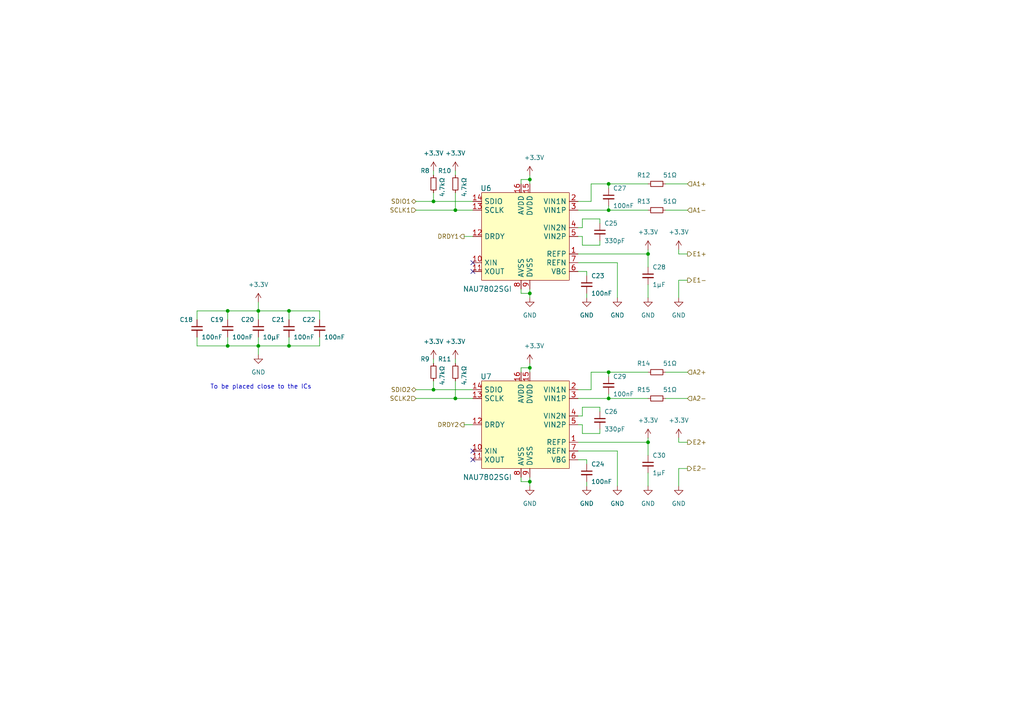
<source format=kicad_sch>
(kicad_sch (version 20211123) (generator eeschema)
  (paper "A4")
  (title_block (title "ADC") (date "2022-12-11") (rev "${REVISION}") (company "Author: I. Kajdan"))
  (lib_symbols
    (symbol "Device:C_Small" (pin_numbers hide) (pin_names (offset 0.254) hide)
      (property "Reference" "C" (at 0.254 1.778 0))
      (property "Value" "C_Small" (at 0.254 -2.032 0))
      (symbol "C_Small_0_1"
        (polyline (pts (xy -1.524 -0.508) (xy 1.524 -0.508)) (stroke (width 0.3302)))
        (polyline (pts (xy -1.524 0.508) (xy 1.524 0.508)) (stroke (width 0.3048)))
      )
      (symbol "C_Small_1_1"
        (pin passive line (at 0 2.54 270) (length 2.032) (name "~") (number "1"))
        (pin passive line (at 0 -2.54 90) (length 2.032) (name "~") (number "2"))
      )
    )
    (symbol "Device:R_Small" (pin_numbers hide) (pin_names (offset 0.254) hide)
      (property "Reference" "R" (at 0.762 0.508 0))
      (property "Value" "R_Small" (at 0.762 -1.016 0))
      (symbol "R_Small_0_1"
        (rectangle (start -0.762 1.778) (end 0.762 -1.778) (stroke (width 0.2032)))
      )
      (symbol "R_Small_1_1"
        (pin passive line (at 0 2.54 270) (length 0.762) (name "~") (number "1"))
        (pin passive line (at 0 -2.54 90) (length 0.762) (name "~") (number "2"))
      )
    )
    (symbol "Local_Library:NAU7802SGI" (pin_names (offset 0.762))
      (property "Reference" "U" (at -11.43 13.97 0))
      (property "Value" "NAU7802SGI" (at 10.16 -13.97 0))
      (symbol "NAU7802SGI_1_1"
        (rectangle (start -12.7 12.7) (end 12.7 -12.7) (fill (type background)))
        (pin input line (at 15.24 -5.08 180) (length 2.54) (name "REFP") (number "1"))
        (pin input line (at -15.24 -7.62 0) (length 2.54) (name "XIN") (number "10"))
        (pin output line (at -15.24 -10.16 0) (length 2.54) (name "XOUT") (number "11"))
        (pin output line (at -15.24 0 0) (length 2.54) (name "DRDY") (number "12"))
        (pin input line (at -15.24 7.62 0) (length 2.54) (name "SCLK") (number "13"))
        (pin bidirectional line (at -15.24 10.16 0) (length 2.54) (name "SDIO") (number "14"))
        (pin power_in line (at 1.27 15.24 270) (length 2.54) (name "DVDD") (number "15"))
        (pin power_in line (at -1.27 15.24 270) (length 2.54) (name "AVDD") (number "16"))
        (pin input line (at 15.24 10.16 180) (length 2.54) (name "VIN1N") (number "2"))
        (pin input line (at 15.24 7.62 180) (length 2.54) (name "VIN1P") (number "3"))
        (pin input line (at 15.24 2.54 180) (length 2.54) (name "VIN2N") (number "4"))
        (pin input line (at 15.24 0 180) (length 2.54) (name "VIN2P") (number "5"))
        (pin output line (at 15.24 -10.16 180) (length 2.54) (name "VBG") (number "6"))
        (pin input line (at 15.24 -7.62 180) (length 2.54) (name "REFN") (number "7"))
        (pin power_in line (at -1.27 -15.24 90) (length 2.54) (name "AVSS") (number "8"))
        (pin power_in line (at 1.27 -15.24 90) (length 2.54) (name "DVSS") (number "9"))
      )
    )
    (symbol "NAU7802SGI_1" (pin_names (offset 0.762))
      (property "Reference" "U" (at -11.43 13.97 0))
      (property "Value" "NAU7802SGI_1" (at 10.16 -13.97 0))
      (symbol "NAU7802SGI_1_1_1"
        (rectangle (start -12.7 12.7) (end 12.7 -12.7) (fill (type background)))
        (pin input line (at 15.24 -5.08 180) (length 2.54) (name "REFP") (number "1"))
        (pin input line (at -15.24 -7.62 0) (length 2.54) (name "XIN") (number "10"))
        (pin output line (at -15.24 -10.16 0) (length 2.54) (name "XOUT") (number "11"))
        (pin output line (at -15.24 0 0) (length 2.54) (name "DRDY") (number "12"))
        (pin input line (at -15.24 7.62 0) (length 2.54) (name "SCLK") (number "13"))
        (pin bidirectional line (at -15.24 10.16 0) (length 2.54) (name "SDIO") (number "14"))
        (pin power_in line (at 1.27 15.24 270) (length 2.54) (name "DVDD") (number "15"))
        (pin power_in line (at -1.27 15.24 270) (length 2.54) (name "AVDD") (number "16"))
        (pin input line (at 15.24 10.16 180) (length 2.54) (name "VIN1N") (number "2"))
        (pin input line (at 15.24 7.62 180) (length 2.54) (name "VIN1P") (number "3"))
        (pin input line (at 15.24 2.54 180) (length 2.54) (name "VIN2N") (number "4"))
        (pin input line (at 15.24 0 180) (length 2.54) (name "VIN2P") (number "5"))
        (pin output line (at 15.24 -10.16 180) (length 2.54) (name "VBG") (number "6"))
        (pin input line (at 15.24 -7.62 180) (length 2.54) (name "REFN") (number "7"))
        (pin power_in line (at -1.27 -15.24 90) (length 2.54) (name "AVSS") (number "8"))
        (pin power_in line (at 1.27 -15.24 90) (length 2.54) (name "DVSS") (number "9"))
      )
    )
    (symbol "power:+3.3V" (power) (pin_names (offset 0))
      (property "Value" "+3.3V" (at 0 3.556 0))
      (symbol "+3.3V_0_1"
        (polyline (pts (xy -0.762 1.27) (xy 0 2.54)))
        (polyline (pts (xy 0 0) (xy 0 2.54)))
        (polyline (pts (xy 0 2.54) (xy 0.762 1.27)))
      )
      (symbol "+3.3V_1_1"
        (pin power_in line (at 0 0 90) (length 0) hide (name "+3.3V") (number "1"))
      )
    )
    (symbol "power:GND" (power) (pin_names (offset 0))
      (property "Value" "GND" (at 0 -3.81 0))
      (symbol "GND_0_1"
        (polyline (pts (xy 0 0) (xy 0 -1.27) (xy 1.27 -1.27) (xy 0 -2.54) (xy -1.27 -1.27) (xy 0 -1.27)))
      )
      (symbol "GND_1_1"
        (pin power_in line (at 0 0 270) (length 0) hide (name "GND") (number "1"))
      )
    )
  )
  (junction (at 176.53 115.57))
  (junction (at 125.73 58.42))
  (junction (at 153.67 106.68))
  (junction (at 153.67 85.09))
  (junction (at 74.93 100.33))
  (junction (at 83.82 100.33))
  (junction (at 176.53 53.34))
  (junction (at 187.96 128.27))
  (junction (at 176.53 60.96))
  (junction (at 66.04 100.33))
  (junction (at 83.82 90.17))
  (junction (at 153.67 139.7))
  (junction (at 176.53 107.95))
  (junction (at 132.08 115.57))
  (junction (at 66.04 90.17))
  (junction (at 74.93 90.17))
  (junction (at 153.67 52.07))
  (junction (at 187.96 73.66))
  (junction (at 125.73 113.03))
  (junction (at 132.08 60.96))
  (no_connect (at 137.16 76.2))
  (no_connect (at 137.16 78.74))
  (no_connect (at 137.16 133.35))
  (no_connect (at 137.16 130.81))
  (wire (pts (xy 57.15 100.33) (xy 66.04 100.33)))
  (wire (pts (xy 153.67 52.07) (xy 153.67 53.34)))
  (wire (pts (xy 151.13 85.09) (xy 153.67 85.09)))
  (wire (pts (xy 199.39 81.28) (xy 196.85 81.28)))
  (wire (pts (xy 66.04 100.33) (xy 74.93 100.33)))
  (wire (pts (xy 196.85 135.89) (xy 196.85 140.97)))
  (wire (pts (xy 176.53 115.57) (xy 187.96 115.57)))
  (wire (pts (xy 125.73 58.42) (xy 137.16 58.42)))
  (wire (pts (xy 132.08 60.96) (xy 137.16 60.96)))
  (wire (pts (xy 168.91 71.12) (xy 173.99 71.12)))
  (wire (pts (xy 74.93 90.17) (xy 74.93 92.71)))
  (wire (pts (xy 171.45 107.95) (xy 176.53 107.95)))
  (wire (pts (xy 176.53 60.96) (xy 187.96 60.96)))
  (wire (pts (xy 132.08 55.88) (xy 132.08 60.96)))
  (wire (pts (xy 176.53 107.95) (xy 187.96 107.95)))
  (wire (pts (xy 153.67 105.41) (xy 153.67 106.68)))
  (wire (pts (xy 125.73 49.53) (xy 125.73 50.8)))
  (wire (pts (xy 199.39 135.89) (xy 196.85 135.89)))
  (wire (pts (xy 196.85 127) (xy 196.85 128.27)))
  (wire (pts (xy 168.91 123.19) (xy 167.64 123.19)))
  (wire (pts (xy 120.65 115.57) (xy 132.08 115.57)))
  (wire (pts (xy 167.64 58.42) (xy 171.45 58.42)))
  (wire (pts (xy 167.64 128.27) (xy 187.96 128.27)))
  (wire (pts (xy 151.13 83.82) (xy 151.13 85.09)))
  (wire (pts (xy 132.08 115.57) (xy 137.16 115.57)))
  (wire (pts (xy 187.96 73.66) (xy 187.96 77.47)))
  (wire (pts (xy 153.67 138.43) (xy 153.67 139.7)))
  (wire (pts (xy 151.13 52.07) (xy 151.13 53.34)))
  (wire (pts (xy 168.91 66.04) (xy 168.91 63.5)))
  (wire (pts (xy 132.08 110.49) (xy 132.08 115.57)))
  (wire (pts (xy 173.99 64.77) (xy 173.99 63.5)))
  (wire (pts (xy 187.96 72.39) (xy 187.96 73.66)))
  (wire (pts (xy 193.04 107.95) (xy 199.39 107.95)))
  (wire (pts (xy 153.67 139.7) (xy 153.67 140.97)))
  (wire (pts (xy 170.18 133.35) (xy 170.18 134.62)))
  (wire (pts (xy 125.73 110.49) (xy 125.73 113.03)))
  (wire (pts (xy 125.73 55.88) (xy 125.73 58.42)))
  (wire (pts (xy 120.65 60.96) (xy 132.08 60.96)))
  (wire (pts (xy 120.65 113.03) (xy 125.73 113.03)))
  (wire (pts (xy 132.08 104.14) (xy 132.08 105.41)))
  (wire (pts (xy 151.13 106.68) (xy 151.13 107.95)))
  (wire (pts (xy 171.45 53.34) (xy 176.53 53.34)))
  (wire (pts (xy 193.04 60.96) (xy 199.39 60.96)))
  (wire (pts (xy 176.53 54.61) (xy 176.53 53.34)))
  (wire (pts (xy 170.18 139.7) (xy 170.18 140.97)))
  (wire (pts (xy 167.64 78.74) (xy 170.18 78.74)))
  (wire (pts (xy 171.45 113.03) (xy 171.45 107.95)))
  (wire (pts (xy 167.64 120.65) (xy 168.91 120.65)))
  (wire (pts (xy 83.82 92.71) (xy 83.82 90.17)))
  (wire (pts (xy 57.15 90.17) (xy 57.15 92.71)))
  (wire (pts (xy 168.91 71.12) (xy 168.91 68.58)))
  (wire (pts (xy 193.04 115.57) (xy 199.39 115.57)))
  (wire (pts (xy 74.93 97.79) (xy 74.93 100.33)))
  (wire (pts (xy 179.07 130.81) (xy 179.07 140.97)))
  (wire (pts (xy 168.91 125.73) (xy 173.99 125.73)))
  (wire (pts (xy 167.64 113.03) (xy 171.45 113.03)))
  (wire (pts (xy 187.96 127) (xy 187.96 128.27)))
  (wire (pts (xy 187.96 137.16) (xy 187.96 140.97)))
  (wire (pts (xy 151.13 139.7) (xy 153.67 139.7)))
  (wire (pts (xy 66.04 97.79) (xy 66.04 100.33)))
  (wire (pts (xy 83.82 100.33) (xy 83.82 97.79)))
  (wire (pts (xy 134.62 68.58) (xy 137.16 68.58)))
  (wire (pts (xy 168.91 120.65) (xy 168.91 118.11)))
  (wire (pts (xy 173.99 119.38) (xy 173.99 118.11)))
  (wire (pts (xy 187.96 82.55) (xy 187.96 86.36)))
  (wire (pts (xy 170.18 85.09) (xy 170.18 86.36)))
  (wire (pts (xy 167.64 133.35) (xy 170.18 133.35)))
  (wire (pts (xy 151.13 52.07) (xy 153.67 52.07)))
  (wire (pts (xy 196.85 81.28) (xy 196.85 86.36)))
  (wire (pts (xy 168.91 125.73) (xy 168.91 123.19)))
  (wire (pts (xy 167.64 76.2) (xy 179.07 76.2)))
  (wire (pts (xy 151.13 106.68) (xy 153.67 106.68)))
  (wire (pts (xy 179.07 76.2) (xy 179.07 86.36)))
  (wire (pts (xy 176.53 109.22) (xy 176.53 107.95)))
  (wire (pts (xy 125.73 104.14) (xy 125.73 105.41)))
  (wire (pts (xy 66.04 90.17) (xy 74.93 90.17)))
  (wire (pts (xy 168.91 118.11) (xy 173.99 118.11)))
  (wire (pts (xy 196.85 128.27) (xy 199.39 128.27)))
  (wire (pts (xy 125.73 113.03) (xy 137.16 113.03)))
  (wire (pts (xy 153.67 50.8) (xy 153.67 52.07)))
  (wire (pts (xy 168.91 68.58) (xy 167.64 68.58)))
  (wire (pts (xy 57.15 97.79) (xy 57.15 100.33)))
  (wire (pts (xy 173.99 124.46) (xy 173.99 125.73)))
  (wire (pts (xy 176.53 59.69) (xy 176.53 60.96)))
  (wire (pts (xy 153.67 83.82) (xy 153.67 85.09)))
  (wire (pts (xy 74.93 100.33) (xy 74.93 102.87)))
  (wire (pts (xy 167.64 60.96) (xy 176.53 60.96)))
  (wire (pts (xy 151.13 138.43) (xy 151.13 139.7)))
  (wire (pts (xy 173.99 69.85) (xy 173.99 71.12)))
  (wire (pts (xy 66.04 90.17) (xy 57.15 90.17)))
  (wire (pts (xy 120.65 58.42) (xy 125.73 58.42)))
  (wire (pts (xy 176.53 114.3) (xy 176.53 115.57)))
  (wire (pts (xy 176.53 53.34) (xy 187.96 53.34)))
  (wire (pts (xy 74.93 100.33) (xy 83.82 100.33)))
  (wire (pts (xy 193.04 53.34) (xy 199.39 53.34)))
  (wire (pts (xy 167.64 130.81) (xy 179.07 130.81)))
  (wire (pts (xy 168.91 63.5) (xy 173.99 63.5)))
  (wire (pts (xy 92.71 97.79) (xy 92.71 100.33)))
  (wire (pts (xy 167.64 115.57) (xy 176.53 115.57)))
  (wire (pts (xy 92.71 90.17) (xy 83.82 90.17)))
  (wire (pts (xy 171.45 58.42) (xy 171.45 53.34)))
  (wire (pts (xy 196.85 73.66) (xy 199.39 73.66)))
  (wire (pts (xy 132.08 49.53) (xy 132.08 50.8)))
  (wire (pts (xy 92.71 92.71) (xy 92.71 90.17)))
  (wire (pts (xy 153.67 106.68) (xy 153.67 107.95)))
  (wire (pts (xy 167.64 73.66) (xy 187.96 73.66)))
  (wire (pts (xy 74.93 90.17) (xy 83.82 90.17)))
  (wire (pts (xy 134.62 123.19) (xy 137.16 123.19)))
  (wire (pts (xy 187.96 128.27) (xy 187.96 132.08)))
  (wire (pts (xy 92.71 100.33) (xy 83.82 100.33)))
  (wire (pts (xy 170.18 78.74) (xy 170.18 80.01)))
  (wire (pts (xy 196.85 72.39) (xy 196.85 73.66)))
  (wire (pts (xy 66.04 90.17) (xy 66.04 92.71)))
  (wire (pts (xy 74.93 87.63) (xy 74.93 90.17)))
  (wire (pts (xy 167.64 66.04) (xy 168.91 66.04)))
  (wire (pts (xy 153.67 85.09) (xy 153.67 86.36)))
  (text "To be placed close to the ICs" (at 60.96 113.03 0) (effects (font (size 1.27 1.27)) (justify left bottom)))
  (hierarchical_label "A2-" (shape input) (at 199.39 115.57 0))
  (hierarchical_label "DRDY2" (shape output) (at 134.62 123.19 180))
  (hierarchical_label "SCLK1" (shape input) (at 120.65 60.96 180))
  (hierarchical_label "SDIO2" (shape bidirectional) (at 120.65 113.03 180))
  (hierarchical_label "DRDY1" (shape output) (at 134.62 68.58 180))
  (hierarchical_label "E1-" (shape output) (at 199.39 81.28 0))
  (hierarchical_label "SDIO1" (shape bidirectional) (at 120.65 58.42 180))
  (hierarchical_label "A1+" (shape input) (at 199.39 53.34 0))
  (hierarchical_label "A1-" (shape input) (at 199.39 60.96 0))
  (hierarchical_label "E2+" (shape output) (at 199.39 128.27 0))
  (hierarchical_label "E1+" (shape output) (at 199.39 73.66 0))
  (hierarchical_label "A2+" (shape input) (at 199.39 107.95 0))
  (hierarchical_label "E2-" (shape output) (at 199.39 135.89 0))
  (hierarchical_label "SCLK2" (shape input) (at 120.65 115.57 180))
  (symbol (lib_id "Device:C_Small") (at 187.96 80.01 0) (unit 1)
    (property "Reference" "C28" (at 189.23 77.4762 0) (effects (justify left)))
    (property "Value" "1μF" (at 189.23 82.5562 0) (effects (justify left)))
    (property "Footprint" "Capacitor_SMD:C_0603_1608Metric" (effects hide))
  )
  (symbol (lib_id "Device:C_Small") (at 92.71 95.25 0) (unit 1)
    (property "Reference" "C22" (at 87.63 92.7162 0) (effects (justify left)))
    (property "Value" "100nF" (at 93.98 97.7962 0) (effects (justify left)))
    (property "Footprint" "Capacitor_SMD:C_0603_1608Metric" (effects hide))
  )
  (symbol (lib_id "Device:C_Small") (at 170.18 82.55 0) (unit 1)
    (property "Reference" "C23" (at 171.45 80.0162 0) (effects (justify left)))
    (property "Value" "100nF" (at 171.45 85.0962 0) (effects (justify left)))
    (property "Footprint" "Capacitor_SMD:C_0603_1608Metric" (effects hide))
  )
  (symbol (lib_id "power:+3.3V") (at 132.08 104.14 0) (unit 1)
    (property "Reference" "#PWR030" (effects hide))
    (property "Value" "+3.3V" (at 132.08 99.06 0))
  )
  (symbol (lib_id "power:+3.3V") (at 196.85 127 0) (unit 1)
    (property "Reference" "#PWR045" (effects hide))
    (property "Value" "+3.3V" (at 196.85 121.92 0))
  )
  (symbol (lib_id "power:+3.3V") (at 125.73 49.53 0) (unit 1)
    (property "Reference" "#PWR027" (effects hide))
    (property "Value" "+3.3V" (at 125.73 44.45 0))
  )
  (symbol (lib_id "power:+3.3V") (at 125.73 104.14 0) (unit 1)
    (property "Reference" "#PWR028" (effects hide))
    (property "Value" "+3.3V" (at 125.73 99.06 0))
  )
  (symbol (lib_id "power:+3.3V") (at 187.96 127 0) (unit 1)
    (property "Reference" "#PWR041" (effects hide))
    (property "Value" "+3.3V" (at 187.96 121.92 0))
  )
  (symbol (lib_id "Device:R_Small") (at 190.5 107.95 90) (unit 1)
    (property "Reference" "R14" (at 186.69 105.41 90))
    (property "Value" "51Ω" (at 194.31 105.41 90))
    (property "Footprint" "Resistor_SMD:R_0603_1608Metric" (effects hide))
  )
  (symbol (lib_id "Device:C_Small") (at 170.18 137.16 0) (unit 1)
    (property "Reference" "C24" (at 171.45 134.6262 0) (effects (justify left)))
    (property "Value" "100nF" (at 171.45 139.7062 0) (effects (justify left)))
    (property "Footprint" "Capacitor_SMD:C_0603_1608Metric" (effects hide))
  )
  (symbol (lib_id "Local_Library:NAU7802SGI") (at 152.4 123.19 0) (unit 1)
    (property "Reference" "U7" (at 139.3051 109.22 0) (effects (font (size 1.524 1.524)) (justify left)))
    (property "Value" "NAU7802SGI" (at 134.2251 138.43 0) (effects (font (size 1.524 1.524)) (justify left)))
    (property "Footprint" "Package_SO:SOIC-16_3.9x9.9mm_P1.27mm" (effects hide))
    (property "Datasheet" "https://www.nuvoton.com/resource-files/NAU7802%20Data%20Sheet%20V1.7.pdf" (effects hide))
  )
  (symbol (lib_id "power:GND") (at 187.96 140.97 0) (unit 1)
    (property "Reference" "#PWR042" (effects hide))
    (property "Value" "GND" (at 187.96 146.05 0))
  )
  (symbol (lib_id "Device:R_Small") (at 132.08 107.95 0) (unit 1)
    (property "Reference" "R11" (at 127 104.1399 0) (effects (justify left)))
    (property "Value" "4.7kΩ" (at 134.62 111.7599 90) (effects (justify left)))
    (property "Footprint" "Resistor_SMD:R_0603_1608Metric" (effects hide))
  )
  (symbol (lib_id "Device:C_Small") (at 176.53 111.76 0) (unit 1)
    (property "Reference" "C29" (at 177.8 109.2262 0) (effects (justify left)))
    (property "Value" "100nF" (at 177.8 114.3062 0) (effects (justify left)))
    (property "Footprint" "Capacitor_SMD:C_0603_1608Metric" (effects hide))
  )
  (symbol (lib_id "Device:C_Small") (at 173.99 121.92 0) (unit 1)
    (property "Reference" "C26" (at 175.26 119.3862 0) (effects (justify left)))
    (property "Value" "330pF" (at 175.26 124.4662 0) (effects (justify left)))
    (property "Footprint" "Capacitor_SMD:C_0603_1608Metric" (effects hide))
  )
  (symbol (lib_id "Device:C_Small") (at 66.04 95.25 0) (unit 1)
    (property "Reference" "C19" (at 60.96 92.7162 0) (effects (justify left)))
    (property "Value" "100nF" (at 67.31 97.7962 0) (effects (justify left)))
    (property "Footprint" "Capacitor_SMD:C_0603_1608Metric" (effects hide))
  )
  (symbol (lib_id "power:GND") (at 179.07 140.97 0) (unit 1)
    (property "Reference" "#PWR038" (effects hide))
    (property "Value" "GND" (at 179.07 146.05 0))
  )
  (symbol (lib_name "NAU7802SGI_1") (lib_id "Local_Library:NAU7802SGI") (at 152.4 68.58 0) (unit 1)
    (property "Reference" "U6" (at 139.3051 54.61 0) (effects (font (size 1.524 1.524)) (justify left)))
    (property "Value" "NAU7802SGI" (at 134.2251 83.82 0) (effects (font (size 1.524 1.524)) (justify left)))
    (property "Footprint" "Package_SO:SOIC-16_3.9x9.9mm_P1.27mm" (effects hide))
    (property "Datasheet" "https://www.nuvoton.com/resource-files/NAU7802%20Data%20Sheet%20V1.7.pdf" (effects hide))
  )
  (symbol (lib_id "power:GND") (at 153.67 86.36 0) (unit 1)
    (property "Reference" "#PWR032" (effects hide))
    (property "Value" "GND" (at 153.67 91.44 0))
  )
  (symbol (lib_id "Device:R_Small") (at 132.08 53.34 0) (unit 1)
    (property "Reference" "R10" (at 127 49.5299 0) (effects (justify left)))
    (property "Value" "4.7kΩ" (at 134.62 57.1499 90) (effects (justify left)))
    (property "Footprint" "Resistor_SMD:R_0603_1608Metric" (effects hide))
  )
  (symbol (lib_id "Device:R_Small") (at 190.5 60.96 90) (unit 1)
    (property "Reference" "R13" (at 186.69 58.42 90))
    (property "Value" "51Ω" (at 194.31 58.42 90))
    (property "Footprint" "Resistor_SMD:R_0603_1608Metric" (effects hide))
  )
  (symbol (lib_id "power:GND") (at 153.67 140.97 0) (unit 1)
    (property "Reference" "#PWR034" (effects hide))
    (property "Value" "GND" (at 153.67 146.05 0))
  )
  (symbol (lib_id "power:+3.3V") (at 132.08 49.53 0) (unit 1)
    (property "Reference" "#PWR029" (effects hide))
    (property "Value" "+3.3V" (at 132.08 44.45 0))
  )
  (symbol (lib_id "Device:R_Small") (at 190.5 115.57 90) (unit 1)
    (property "Reference" "R15" (at 186.69 113.03 90))
    (property "Value" "51Ω" (at 194.31 113.03 90))
    (property "Footprint" "Resistor_SMD:R_0603_1608Metric" (effects hide))
  )
  (symbol (lib_id "power:GND") (at 187.96 86.36 0) (unit 1)
    (property "Reference" "#PWR040" (effects hide))
    (property "Value" "GND" (at 187.96 91.44 0))
  )
  (symbol (lib_id "power:GND") (at 179.07 86.36 0) (unit 1)
    (property "Reference" "#PWR037" (effects hide))
    (property "Value" "GND" (at 179.07 91.44 0))
  )
  (symbol (lib_id "Device:C_Small") (at 173.99 67.31 0) (unit 1)
    (property "Reference" "C25" (at 175.26 64.7762 0) (effects (justify left)))
    (property "Value" "330pF" (at 175.26 69.8562 0) (effects (justify left)))
    (property "Footprint" "Capacitor_SMD:C_0603_1608Metric" (effects hide))
  )
  (symbol (lib_id "Device:C_Small") (at 187.96 134.62 0) (unit 1)
    (property "Reference" "C30" (at 189.23 132.0862 0) (effects (justify left)))
    (property "Value" "1μF" (at 189.23 137.1662 0) (effects (justify left)))
    (property "Footprint" "Capacitor_SMD:C_0603_1608Metric" (effects hide))
  )
  (symbol (lib_id "power:GND") (at 74.93 102.87 0) (unit 1)
    (property "Reference" "#PWR026" (effects hide))
    (property "Value" "GND" (at 74.93 107.95 0))
  )
  (symbol (lib_id "power:+3.3V") (at 74.93 87.63 0) (unit 1)
    (property "Reference" "#PWR025" (effects hide))
    (property "Value" "+3.3V" (at 74.93 82.55 0))
  )
  (symbol (lib_id "Device:C_Small") (at 74.93 95.25 0) (unit 1)
    (property "Reference" "C20" (at 69.85 92.7162 0) (effects (justify left)))
    (property "Value" "10μF" (at 76.2 97.7962 0) (effects (justify left)))
    (property "Footprint" "Capacitor_SMD:C_0603_1608Metric" (effects hide))
  )
  (symbol (lib_id "power:+3.3V") (at 153.67 105.41 0) (unit 1)
    (property "Reference" "#PWR033" (effects hide))
    (property "Value" "+3.3V" (at 154.94 100.33 0))
  )
  (symbol (lib_id "power:GND") (at 196.85 140.97 0) (unit 1)
    (property "Reference" "#PWR046" (effects hide))
    (property "Value" "GND" (at 196.85 146.05 0))
  )
  (symbol (lib_id "power:+3.3V") (at 187.96 72.39 0) (unit 1)
    (property "Reference" "#PWR039" (effects hide))
    (property "Value" "+3.3V" (at 187.96 67.31 0))
  )
  (symbol (lib_id "power:GND") (at 170.18 86.36 0) (unit 1)
    (property "Reference" "#PWR035" (effects hide))
    (property "Value" "GND" (at 170.18 91.44 0))
  )
  (symbol (lib_id "power:GND") (at 196.85 86.36 0) (unit 1)
    (property "Reference" "#PWR044" (effects hide))
    (property "Value" "GND" (at 196.85 91.44 0))
  )
  (symbol (lib_id "Device:R_Small") (at 190.5 53.34 90) (unit 1)
    (property "Reference" "R12" (at 186.69 50.8 90))
    (property "Value" "51Ω" (at 194.31 50.8 90))
    (property "Footprint" "Resistor_SMD:R_0603_1608Metric" (effects hide))
  )
  (symbol (lib_id "Device:C_Small") (at 176.53 57.15 0) (unit 1)
    (property "Reference" "C27" (at 177.8 54.6162 0) (effects (justify left)))
    (property "Value" "100nF" (at 177.8 59.6962 0) (effects (justify left)))
    (property "Footprint" "Capacitor_SMD:C_0603_1608Metric" (effects hide))
  )
  (symbol (lib_id "Device:C_Small") (at 83.82 95.25 0) (unit 1)
    (property "Reference" "C21" (at 78.74 92.7162 0) (effects (justify left)))
    (property "Value" "100nF" (at 85.09 97.7962 0) (effects (justify left)))
    (property "Footprint" "Capacitor_SMD:C_0603_1608Metric" (effects hide))
  )
  (symbol (lib_id "Device:R_Small") (at 125.73 53.34 0) (unit 1)
    (property "Reference" "R8" (at 121.92 49.5299 0) (effects (justify left)))
    (property "Value" "4.7kΩ" (at 128.27 57.1499 90) (effects (justify left)))
    (property "Footprint" "Resistor_SMD:R_0603_1608Metric" (effects hide))
  )
  (symbol (lib_id "power:+3.3V") (at 196.85 72.39 0) (unit 1)
    (property "Reference" "#PWR043" (effects hide))
    (property "Value" "+3.3V" (at 196.85 67.31 0))
  )
  (symbol (lib_id "Device:R_Small") (at 125.73 107.95 0) (unit 1)
    (property "Reference" "R9" (at 121.92 104.1399 0) (effects (justify left)))
    (property "Value" "4.7kΩ" (at 128.27 111.7599 90) (effects (justify left)))
    (property "Footprint" "Resistor_SMD:R_0603_1608Metric" (effects hide))
  )
  (symbol (lib_id "Device:C_Small") (at 57.15 95.25 0) (unit 1)
    (property "Reference" "C18" (at 52.07 92.7162 0) (effects (justify left)))
    (property "Value" "100nF" (at 58.42 97.7962 0) (effects (justify left)))
    (property "Footprint" "Capacitor_SMD:C_0603_1608Metric" (effects hide))
  )
  (symbol (lib_id "power:GND") (at 170.18 140.97 0) (unit 1)
    (property "Reference" "#PWR036" (effects hide))
    (property "Value" "GND" (at 170.18 146.05 0))
  )
  (symbol (lib_id "power:+3.3V") (at 153.67 50.8 0) (unit 1)
    (property "Reference" "#PWR031" (effects hide))
    (property "Value" "+3.3V" (at 154.94 45.72 0))
  )
)
</source>
